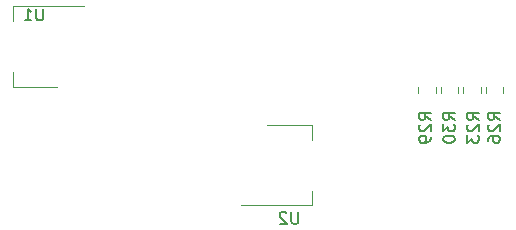
<source format=gbr>
%TF.GenerationSoftware,KiCad,Pcbnew,(6.0.9)*%
%TF.CreationDate,2023-05-20T11:21:48+02:00*%
%TF.ProjectId,sdrt41,73647274-3431-42e6-9b69-6361645f7063,rev?*%
%TF.SameCoordinates,Original*%
%TF.FileFunction,Legend,Bot*%
%TF.FilePolarity,Positive*%
%FSLAX46Y46*%
G04 Gerber Fmt 4.6, Leading zero omitted, Abs format (unit mm)*
G04 Created by KiCad (PCBNEW (6.0.9)) date 2023-05-20 11:21:48*
%MOMM*%
%LPD*%
G01*
G04 APERTURE LIST*
%ADD10C,0.150000*%
%ADD11C,0.120000*%
G04 APERTURE END LIST*
D10*
%TO.C,R30*%
X75382380Y-74287142D02*
X74906190Y-73953809D01*
X75382380Y-73715714D02*
X74382380Y-73715714D01*
X74382380Y-74096666D01*
X74430000Y-74191904D01*
X74477619Y-74239523D01*
X74572857Y-74287142D01*
X74715714Y-74287142D01*
X74810952Y-74239523D01*
X74858571Y-74191904D01*
X74906190Y-74096666D01*
X74906190Y-73715714D01*
X74382380Y-74620476D02*
X74382380Y-75239523D01*
X74763333Y-74906190D01*
X74763333Y-75049047D01*
X74810952Y-75144285D01*
X74858571Y-75191904D01*
X74953809Y-75239523D01*
X75191904Y-75239523D01*
X75287142Y-75191904D01*
X75334761Y-75144285D01*
X75382380Y-75049047D01*
X75382380Y-74763333D01*
X75334761Y-74668095D01*
X75287142Y-74620476D01*
X74382380Y-75858571D02*
X74382380Y-75953809D01*
X74430000Y-76049047D01*
X74477619Y-76096666D01*
X74572857Y-76144285D01*
X74763333Y-76191904D01*
X75001428Y-76191904D01*
X75191904Y-76144285D01*
X75287142Y-76096666D01*
X75334761Y-76049047D01*
X75382380Y-75953809D01*
X75382380Y-75858571D01*
X75334761Y-75763333D01*
X75287142Y-75715714D01*
X75191904Y-75668095D01*
X75001428Y-75620476D01*
X74763333Y-75620476D01*
X74572857Y-75668095D01*
X74477619Y-75715714D01*
X74430000Y-75763333D01*
X74382380Y-75858571D01*
%TO.C,R29*%
X73350380Y-74287142D02*
X72874190Y-73953809D01*
X73350380Y-73715714D02*
X72350380Y-73715714D01*
X72350380Y-74096666D01*
X72398000Y-74191904D01*
X72445619Y-74239523D01*
X72540857Y-74287142D01*
X72683714Y-74287142D01*
X72778952Y-74239523D01*
X72826571Y-74191904D01*
X72874190Y-74096666D01*
X72874190Y-73715714D01*
X72445619Y-74668095D02*
X72398000Y-74715714D01*
X72350380Y-74810952D01*
X72350380Y-75049047D01*
X72398000Y-75144285D01*
X72445619Y-75191904D01*
X72540857Y-75239523D01*
X72636095Y-75239523D01*
X72778952Y-75191904D01*
X73350380Y-74620476D01*
X73350380Y-75239523D01*
X73350380Y-75715714D02*
X73350380Y-75906190D01*
X73302761Y-76001428D01*
X73255142Y-76049047D01*
X73112285Y-76144285D01*
X72921809Y-76191904D01*
X72540857Y-76191904D01*
X72445619Y-76144285D01*
X72398000Y-76096666D01*
X72350380Y-76001428D01*
X72350380Y-75810952D01*
X72398000Y-75715714D01*
X72445619Y-75668095D01*
X72540857Y-75620476D01*
X72778952Y-75620476D01*
X72874190Y-75668095D01*
X72921809Y-75715714D01*
X72969428Y-75810952D01*
X72969428Y-76001428D01*
X72921809Y-76096666D01*
X72874190Y-76144285D01*
X72778952Y-76191904D01*
%TO.C,R26*%
X79192380Y-74287142D02*
X78716190Y-73953809D01*
X79192380Y-73715714D02*
X78192380Y-73715714D01*
X78192380Y-74096666D01*
X78240000Y-74191904D01*
X78287619Y-74239523D01*
X78382857Y-74287142D01*
X78525714Y-74287142D01*
X78620952Y-74239523D01*
X78668571Y-74191904D01*
X78716190Y-74096666D01*
X78716190Y-73715714D01*
X78287619Y-74668095D02*
X78240000Y-74715714D01*
X78192380Y-74810952D01*
X78192380Y-75049047D01*
X78240000Y-75144285D01*
X78287619Y-75191904D01*
X78382857Y-75239523D01*
X78478095Y-75239523D01*
X78620952Y-75191904D01*
X79192380Y-74620476D01*
X79192380Y-75239523D01*
X78192380Y-76096666D02*
X78192380Y-75906190D01*
X78240000Y-75810952D01*
X78287619Y-75763333D01*
X78430476Y-75668095D01*
X78620952Y-75620476D01*
X79001904Y-75620476D01*
X79097142Y-75668095D01*
X79144761Y-75715714D01*
X79192380Y-75810952D01*
X79192380Y-76001428D01*
X79144761Y-76096666D01*
X79097142Y-76144285D01*
X79001904Y-76191904D01*
X78763809Y-76191904D01*
X78668571Y-76144285D01*
X78620952Y-76096666D01*
X78573333Y-76001428D01*
X78573333Y-75810952D01*
X78620952Y-75715714D01*
X78668571Y-75668095D01*
X78763809Y-75620476D01*
%TO.C,R23*%
X77414380Y-74287142D02*
X76938190Y-73953809D01*
X77414380Y-73715714D02*
X76414380Y-73715714D01*
X76414380Y-74096666D01*
X76462000Y-74191904D01*
X76509619Y-74239523D01*
X76604857Y-74287142D01*
X76747714Y-74287142D01*
X76842952Y-74239523D01*
X76890571Y-74191904D01*
X76938190Y-74096666D01*
X76938190Y-73715714D01*
X76509619Y-74668095D02*
X76462000Y-74715714D01*
X76414380Y-74810952D01*
X76414380Y-75049047D01*
X76462000Y-75144285D01*
X76509619Y-75191904D01*
X76604857Y-75239523D01*
X76700095Y-75239523D01*
X76842952Y-75191904D01*
X77414380Y-74620476D01*
X77414380Y-75239523D01*
X76414380Y-75572857D02*
X76414380Y-76191904D01*
X76795333Y-75858571D01*
X76795333Y-76001428D01*
X76842952Y-76096666D01*
X76890571Y-76144285D01*
X76985809Y-76191904D01*
X77223904Y-76191904D01*
X77319142Y-76144285D01*
X77366761Y-76096666D01*
X77414380Y-76001428D01*
X77414380Y-75715714D01*
X77366761Y-75620476D01*
X77319142Y-75572857D01*
%TO.C,U2*%
X62102904Y-82057380D02*
X62102904Y-82866904D01*
X62055285Y-82962142D01*
X62007666Y-83009761D01*
X61912428Y-83057380D01*
X61721952Y-83057380D01*
X61626714Y-83009761D01*
X61579095Y-82962142D01*
X61531476Y-82866904D01*
X61531476Y-82057380D01*
X61102904Y-82152619D02*
X61055285Y-82105000D01*
X60960047Y-82057380D01*
X60721952Y-82057380D01*
X60626714Y-82105000D01*
X60579095Y-82152619D01*
X60531476Y-82247857D01*
X60531476Y-82343095D01*
X60579095Y-82485952D01*
X61150523Y-83057380D01*
X60531476Y-83057380D01*
%TO.C,U1*%
X40512904Y-64857380D02*
X40512904Y-65666904D01*
X40465285Y-65762142D01*
X40417666Y-65809761D01*
X40322428Y-65857380D01*
X40131952Y-65857380D01*
X40036714Y-65809761D01*
X39989095Y-65762142D01*
X39941476Y-65666904D01*
X39941476Y-64857380D01*
X38941476Y-65857380D02*
X39512904Y-65857380D01*
X39227190Y-65857380D02*
X39227190Y-64857380D01*
X39322428Y-65000238D01*
X39417666Y-65095476D01*
X39512904Y-65143095D01*
D11*
%TO.C,R30*%
X75665000Y-71982064D02*
X75665000Y-71527936D01*
X74195000Y-71982064D02*
X74195000Y-71527936D01*
%TO.C,R29*%
X72290000Y-71982064D02*
X72290000Y-71527936D01*
X73760000Y-71982064D02*
X73760000Y-71527936D01*
%TO.C,R26*%
X79475000Y-71982064D02*
X79475000Y-71527936D01*
X78005000Y-71982064D02*
X78005000Y-71527936D01*
%TO.C,R23*%
X77570000Y-71982064D02*
X77570000Y-71527936D01*
X76100000Y-71982064D02*
X76100000Y-71527936D01*
%TO.C,U2*%
X59491000Y-74695000D02*
X63251000Y-74695000D01*
X63251000Y-74695000D02*
X63251000Y-75955000D01*
X63251000Y-81515000D02*
X63251000Y-80255000D01*
X57241000Y-81515000D02*
X63251000Y-81515000D01*
%TO.C,U1*%
X41728000Y-71482000D02*
X37968000Y-71482000D01*
X37968000Y-64662000D02*
X37968000Y-65922000D01*
X43978000Y-64662000D02*
X37968000Y-64662000D01*
X37968000Y-71482000D02*
X37968000Y-70222000D01*
%TD*%
M02*

</source>
